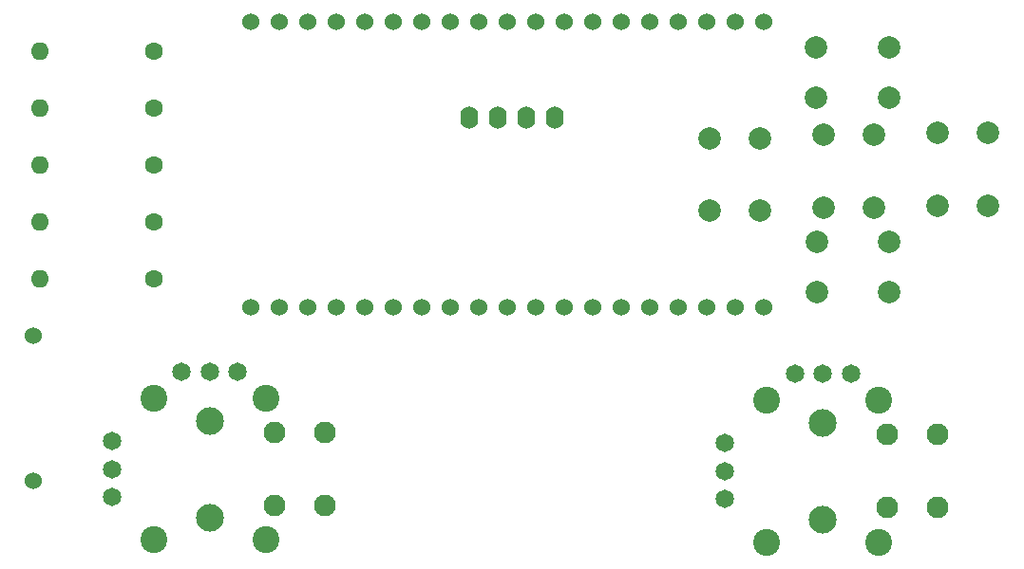
<source format=gbr>
%TF.GenerationSoftware,KiCad,Pcbnew,8.0.6*%
%TF.CreationDate,2025-10-28T17:51:58+09:00*%
%TF.ProjectId,Drone_hacking_PCB,44726f6e-655f-4686-9163-6b696e675f50,rev?*%
%TF.SameCoordinates,Original*%
%TF.FileFunction,Soldermask,Top*%
%TF.FilePolarity,Negative*%
%FSLAX46Y46*%
G04 Gerber Fmt 4.6, Leading zero omitted, Abs format (unit mm)*
G04 Created by KiCad (PCBNEW 8.0.6) date 2025-10-28 17:51:58*
%MOMM*%
%LPD*%
G01*
G04 APERTURE LIST*
%ADD10O,1.600000X2.000000*%
%ADD11C,1.524000*%
%ADD12C,1.600000*%
%ADD13O,1.600000X1.600000*%
%ADD14C,1.950000*%
%ADD15C,1.650000*%
%ADD16C,2.400000*%
%ADD17C,2.475000*%
%ADD18C,2.000000*%
G04 APERTURE END LIST*
D10*
%TO.C,Brd1*%
X137350000Y-73220000D03*
X139890000Y-73220000D03*
X142430000Y-73220000D03*
X144970000Y-73220000D03*
%TD*%
D11*
%TO.C,U1*%
X117840000Y-90130000D03*
X120380000Y-90130000D03*
X122920000Y-90130000D03*
X125460000Y-90130000D03*
X128000000Y-90130000D03*
X130540000Y-90130000D03*
X133080000Y-90130000D03*
X135620000Y-90130000D03*
X138160000Y-90130000D03*
X140700000Y-90130000D03*
X143240000Y-90130000D03*
X145780000Y-90130000D03*
X148320000Y-90130000D03*
X150860000Y-90130000D03*
X153400000Y-90130000D03*
X155940000Y-90130000D03*
X158480000Y-90130000D03*
X161020000Y-90130000D03*
X163560000Y-90130000D03*
X117840000Y-64720000D03*
X120380000Y-64720000D03*
X122920000Y-64720000D03*
X125460000Y-64720000D03*
X128000000Y-64720000D03*
X130540000Y-64720000D03*
X133080000Y-64720000D03*
X135620000Y-64720000D03*
X138160000Y-64720000D03*
X140700000Y-64720000D03*
X143240000Y-64720000D03*
X145780000Y-64720000D03*
X148320000Y-64720000D03*
X150860000Y-64720000D03*
X153400000Y-64720000D03*
X155940000Y-64720000D03*
X158480000Y-64720000D03*
X161020000Y-64720000D03*
X163560000Y-64720000D03*
%TD*%
D12*
%TO.C,R1*%
X109220000Y-67310000D03*
D13*
X99060000Y-67310000D03*
%TD*%
D12*
%TO.C,R4*%
X109220000Y-77470000D03*
D13*
X99060000Y-77470000D03*
%TD*%
D12*
%TO.C,R3*%
X109220000Y-87630000D03*
D13*
X99060000Y-87630000D03*
%TD*%
D12*
%TO.C,R2*%
X109220000Y-72390000D03*
D13*
X99060000Y-72390000D03*
%TD*%
D12*
%TO.C,R5*%
X109220000Y-82550000D03*
D13*
X99060000Y-82550000D03*
%TD*%
D14*
%TO.C,S1*%
X119925000Y-107872500D03*
D15*
X116675000Y-95892500D03*
X114175000Y-95892500D03*
X111675000Y-95892500D03*
D14*
X124425000Y-107872500D03*
D15*
X105445000Y-102122500D03*
X105445000Y-104622500D03*
X105445000Y-107122500D03*
D14*
X119925000Y-101372500D03*
X124425000Y-101372500D03*
D16*
X119175000Y-110947500D03*
X109175000Y-110947500D03*
X119175000Y-98297500D03*
X109175000Y-98297500D03*
D17*
X114175000Y-108922500D03*
X114175000Y-100322500D03*
%TD*%
D18*
%TO.C,SW4*%
X168275000Y-84305000D03*
X174775000Y-84305000D03*
X168275000Y-88805000D03*
X174775000Y-88805000D03*
%TD*%
%TO.C,SW1*%
X179070000Y-81130000D03*
X179070000Y-74630000D03*
X183570000Y-81130000D03*
X183570000Y-74630000D03*
%TD*%
%TO.C,SW2*%
X174700000Y-71465000D03*
X168200000Y-71465000D03*
X174700000Y-66965000D03*
X168200000Y-66965000D03*
%TD*%
%TO.C,SW5*%
X168910000Y-81280000D03*
X168910000Y-74780000D03*
X173410000Y-81280000D03*
X173410000Y-74780000D03*
%TD*%
%TO.C,SW3*%
X158750000Y-81570000D03*
X158750000Y-75070000D03*
X163250000Y-81570000D03*
X163250000Y-75070000D03*
%TD*%
D14*
%TO.C,S2*%
X174580000Y-108050000D03*
D15*
X171330000Y-96070000D03*
X168830000Y-96070000D03*
X166330000Y-96070000D03*
D14*
X179080000Y-108050000D03*
D15*
X160100000Y-102300000D03*
X160100000Y-104800000D03*
X160100000Y-107300000D03*
D14*
X174580000Y-101550000D03*
X179080000Y-101550000D03*
D16*
X173830000Y-111125000D03*
X163830000Y-111125000D03*
X173830000Y-98475000D03*
X163830000Y-98475000D03*
D17*
X168830000Y-109100000D03*
X168830000Y-100500000D03*
%TD*%
D11*
%TO.C,J1*%
X98425000Y-92710000D03*
X98425000Y-105660000D03*
%TD*%
M02*

</source>
